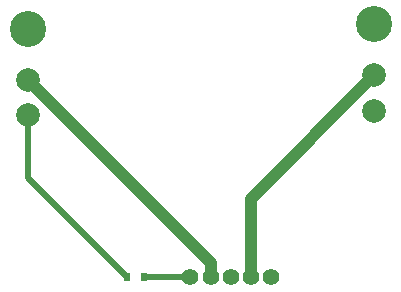
<source format=gtl>
G04*
G04 #@! TF.GenerationSoftware,Altium Limited,Altium Designer,18.1.6 (161)*
G04*
G04 Layer_Physical_Order=1*
G04 Layer_Color=255*
%FSLAX44Y44*%
%MOMM*%
G71*
G01*
G75*
%ADD11R,0.5000X0.8000*%
%ADD17C,1.0000*%
%ADD18C,0.5000*%
%ADD19C,1.4000*%
%ADD20C,2.0000*%
%ADD21C,3.0480*%
D11*
X336670Y1061720D02*
D03*
X351670D02*
D03*
D17*
X407670D02*
Y1073440D01*
X252730Y1228380D02*
X407670Y1073440D01*
X441670Y1127760D02*
X546100Y1232190D01*
X441670Y1061720D02*
Y1127760D01*
D18*
X252730Y1145660D02*
Y1198408D01*
Y1145660D02*
X336670Y1061720D01*
X351670D02*
X390670D01*
D19*
D03*
X441670D02*
D03*
X458670D02*
D03*
X424670D02*
D03*
X407670D02*
D03*
D20*
X252730Y1198408D02*
D03*
Y1228380D02*
D03*
X546100Y1202218D02*
D03*
Y1232190D02*
D03*
D21*
X252730Y1271560D02*
D03*
X546100Y1275370D02*
D03*
M02*

</source>
